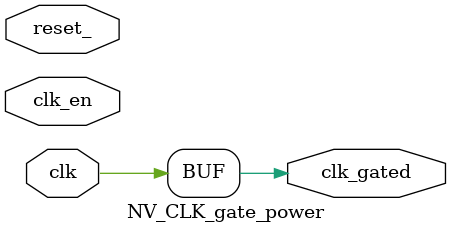
<source format=v>
`define VLIB_BYPASS_POWER_CG
`define NV_FPGA_FIFOGEN
`define FIFOGEN_MASTER_CLK_GATING_DISABLED
`define FPGA
`define SYNTHESIS
`define VERILINT
module NV_CLK_gate_power (clk, reset_, clk_en, clk_gated);
input clk, reset_, clk_en;
output clk_gated;
`ifdef VLIB_BYPASS_POWER_CG
assign clk_gated = clk;
`else
CKLNQD12 p_clkgate (.TE(1'b0), .CP(clk), .E(clk_en), .Q(clk_gated));
`endif // VLIB_BYPASS_POWER_CG
// the gated clk better not be x after reset
//
`ifdef VERILINT
`else
// synopsys translate_off
reg disable_asserts; initial disable_asserts = $test$plusargs( "disable_nv_clk_gate_asserts" ) != 0;
nv_assert_no_x #(0, 1, 0, "clk_gated is X after reset" )
    clk_not_x( .clk( clk ), .reset_( reset_ || disable_asserts ), .start_event( 1'b1 ), .test_expr( clk_gated ) );
// Above assert is not reliable for catching X on clk_en. See bug 872824.
nv_assert_no_x #(0, 1, 0, "clk_en is X after reset" )
    clk_en_not_x( .clk( clk ), .reset_( reset_ || disable_asserts ), .start_event( 1'b1 ), .test_expr( clk_en ) );
// synopsys translate_on
`endif
endmodule // NV_CLK_gate

</source>
